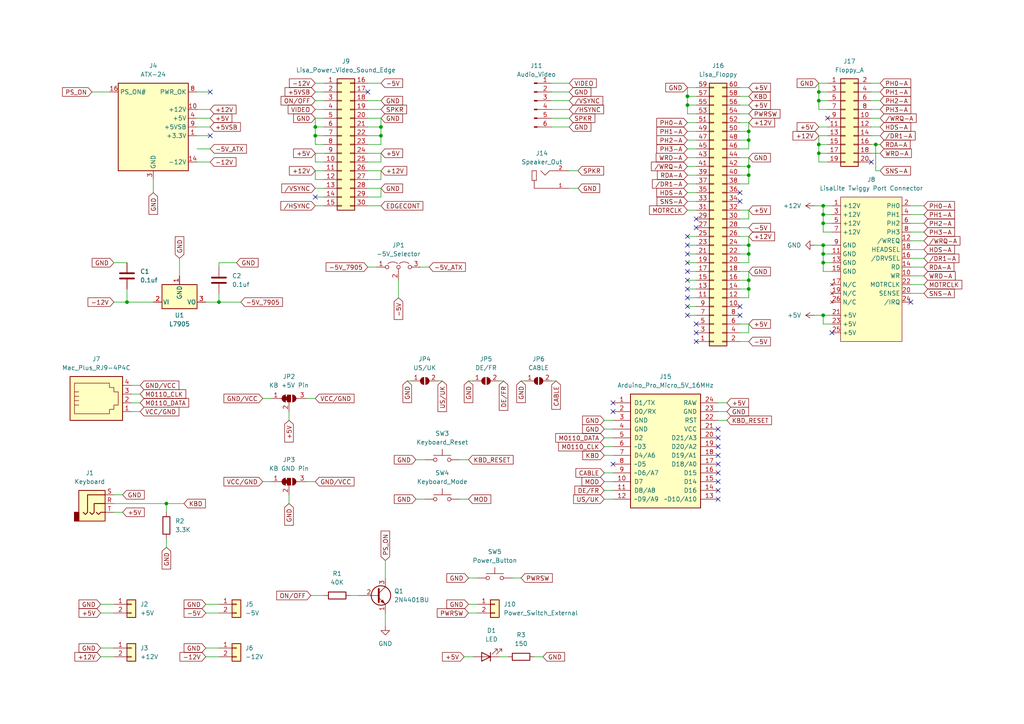
<source format=kicad_sch>
(kicad_sch (version 20230121) (generator eeschema)
  (paper "A4")
  (lib_symbols
    (symbol "Arduino:Sparkfun_Pro_Micro" (pin_names (offset 1.016))
      (property "Reference" "U" (at -8.89 21.59 0))
      (property "Value" "Sparkfun_Pro_Micro" (at 0 19.05 0))
      (symbol "Sparkfun_Pro_Micro_1_1"
        (pin bidirectional line (at -15.24 15.24 0) (length 5.08) (name "D1/TX") (number "1"))
        (pin bidirectional line (at -15.24 -7.62 0) (length 5.08) (name "D7") (number "10"))
        (pin bidirectional line (at -15.24 -10.16 0) (length 5.08) (name "D8/A8") (number "11"))
        (pin bidirectional line (at -15.24 -12.7 0) (length 5.08) (name "~D9/A9") (number "12"))
        (pin bidirectional line (at 15.24 -12.7 180) (length 5.08) (name "~D10/A10") (number "13"))
        (pin bidirectional line (at 15.24 -10.16 180) (length 5.08) (name "D16") (number "14"))
        (pin bidirectional line (at 15.24 -7.62 180) (length 5.08) (name "D14") (number "15"))
        (pin bidirectional line (at 15.24 -5.08 180) (length 5.08) (name "D15") (number "16"))
        (pin bidirectional line (at 15.24 -2.54 180) (length 5.08) (name "D18/A0") (number "17"))
        (pin bidirectional line (at 15.24 0 180) (length 5.08) (name "D19/A1") (number "18"))
        (pin bidirectional line (at 15.24 2.54 180) (length 5.08) (name "D20/A2") (number "19"))
        (pin bidirectional line (at -15.24 12.7 0) (length 5.08) (name "D0/RX") (number "2"))
        (pin bidirectional line (at 15.24 5.08 180) (length 5.08) (name "D21/A3") (number "20"))
        (pin power_in line (at 15.24 7.62 180) (length 5.08) (name "VCC") (number "21"))
        (pin input line (at 15.24 10.16 180) (length 5.08) (name "RST") (number "22"))
        (pin power_in line (at 15.24 12.7 180) (length 5.08) (name "GND") (number "23"))
        (pin power_in line (at 15.24 15.24 180) (length 5.08) (name "RAW") (number "24"))
        (pin power_in line (at -15.24 10.16 0) (length 5.08) (name "GND") (number "3"))
        (pin power_in line (at -15.24 7.62 0) (length 5.08) (name "GND") (number "4"))
        (pin bidirectional line (at -15.24 5.08 0) (length 5.08) (name "D2") (number "5"))
        (pin bidirectional line (at -15.24 2.54 0) (length 5.08) (name "~D3") (number "6"))
        (pin bidirectional line (at -15.24 0 0) (length 5.08) (name "D4/A6") (number "7"))
        (pin bidirectional line (at -15.24 -2.54 0) (length 5.08) (name "~D5") (number "8"))
        (pin bidirectional line (at -15.24 -5.08 0) (length 5.08) (name "~D6/A7") (number "9"))
      )
    )
    (symbol "Connector:4P4C" (pin_names (offset 1.016))
      (property "Reference" "J" (at -5.08 8.89 0))
      (property "Value" "4P4C" (at 2.54 8.89 0))
      (symbol "4P4C_1_1"
        (pin passive line (at 10.16 -2.54 180) (length 2.54) (name "~") (number "1"))
        (pin passive line (at 10.16 0 180) (length 2.54) (name "~") (number "2"))
        (pin passive line (at 10.16 2.54 180) (length 2.54) (name "~") (number "3"))
        (pin passive line (at 10.16 5.08 180) (length 2.54) (name "~") (number "4"))
      )
    )
    (symbol "Connector:ATX-24"
      (property "Reference" "J" (at -8.89 13.97 0))
      (property "Value" "ATX-24" (at 6.35 13.97 0))
      (symbol "ATX-24_1_1"
        (pin power_out line (at 12.7 -2.54 180) (length 2.54) (name "+3.3V") (number "1"))
        (pin power_out line (at 12.7 5.08 180) (length 2.54) (name "+12V") (number "10"))
        (pin passive line (at 12.7 5.08 180) (length 2.54) hide (name "+12V") (number "11"))
        (pin passive line (at 12.7 -2.54 180) (length 2.54) hide (name "+3.3V") (number "12"))
        (pin passive line (at 12.7 -2.54 180) (length 2.54) hide (name "+3.3V") (number "13"))
        (pin power_out line (at 12.7 -10.16 180) (length 2.54) (name "-12V") (number "14"))
        (pin passive line (at 0 -15.24 90) (length 2.54) hide (name "GND") (number "15"))
        (pin open_collector line (at -12.7 10.16 0) (length 2.54) (name "PS_ON#") (number "16"))
        (pin passive line (at 0 -15.24 90) (length 2.54) hide (name "GND") (number "17"))
        (pin passive line (at 0 -15.24 90) (length 2.54) hide (name "GND") (number "18"))
        (pin passive line (at 0 -15.24 90) (length 2.54) hide (name "GND") (number "19"))
        (pin passive line (at 12.7 -2.54 180) (length 2.54) hide (name "+3.3V") (number "2"))
        (pin no_connect line (at -10.16 0 0) (length 2.54) hide (name "NC") (number "20"))
        (pin passive line (at 12.7 2.54 180) (length 2.54) hide (name "+5V") (number "21"))
        (pin passive line (at 12.7 2.54 180) (length 2.54) hide (name "+5V") (number "22"))
        (pin passive line (at 12.7 2.54 180) (length 2.54) hide (name "+5V") (number "23"))
        (pin passive line (at 0 -15.24 90) (length 2.54) hide (name "GND") (number "24"))
        (pin power_out line (at 0 -15.24 90) (length 2.54) (name "GND") (number "3"))
        (pin power_out line (at 12.7 2.54 180) (length 2.54) (name "+5V") (number "4"))
        (pin passive line (at 0 -15.24 90) (length 2.54) hide (name "GND") (number "5"))
        (pin passive line (at 12.7 2.54 180) (length 2.54) hide (name "+5V") (number "6"))
        (pin passive line (at 0 -15.24 90) (length 2.54) hide (name "GND") (number "7"))
        (pin output line (at 12.7 10.16 180) (length 2.54) (name "PWR_OK") (number "8"))
        (pin power_out line (at 12.7 0 180) (length 2.54) (name "+5VSB") (number "9"))
      )
    )
    (symbol "Connector:Conn_01x06_Pin" (pin_names (offset 1.016) hide)
      (property "Reference" "J" (at 0 7.62 0))
      (property "Value" "Conn_01x06_Pin" (at 0 -10.16 0))
      (symbol "Conn_01x06_Pin_1_1"
        (pin passive line (at 5.08 5.08 180) (length 3.81) (name "Pin_1") (number "1"))
        (pin passive line (at 5.08 2.54 180) (length 3.81) (name "Pin_2") (number "2"))
        (pin passive line (at 5.08 0 180) (length 3.81) (name "Pin_3") (number "3"))
        (pin passive line (at 5.08 -2.54 180) (length 3.81) (name "Pin_4") (number "4"))
        (pin passive line (at 5.08 -5.08 180) (length 3.81) (name "Pin_5") (number "5"))
        (pin passive line (at 5.08 -7.62 180) (length 3.81) (name "Pin_6") (number "6"))
      )
    )
    (symbol "Connector_Audio:AudioJack3"
      (property "Reference" "J" (at 0 8.89 0))
      (property "Value" "AudioJack3" (at 0 6.35 0))
      (symbol "AudioJack3_1_1"
        (pin passive line (at 5.08 0 180) (length 2.54) (name "~") (number "R"))
        (pin passive line (at 5.08 2.54 180) (length 2.54) (name "~") (number "S"))
        (pin passive line (at 5.08 -2.54 180) (length 2.54) (name "~") (number "T"))
      )
    )
    (symbol "Connector_Custom:Apple_Lisa_LisaLite_Twiggy_Connector"
      (property "Reference" "J" (at 0 0 0))
      (property "Value" "LisaLite Twiggy Port Connector" (at 1.27 0 0))
      (symbol "Apple_Lisa_LisaLite_Twiggy_Connector_1_1"
        (pin power_out line (at -11.43 -5.08 0) (length 2.54) (name "+12V") (number "1"))
        (pin output line (at 11.43 -25.4 180) (length 2.54) (name "WR") (number "10"))
        (pin power_out line (at -11.43 -19.05 0) (length 2.54) (name "GND") (number "11"))
        (pin output line (at 11.43 -15.24 180) (length 2.54) (name "/WREQ") (number "12"))
        (pin power_out line (at -11.43 -21.59 0) (length 2.54) (name "GND") (number "13"))
        (pin input line (at 11.43 -22.86 180) (length 2.54) (name "RD") (number "14"))
        (pin power_out line (at -11.43 -24.13 0) (length 2.54) (name "GND") (number "15"))
        (pin output line (at 11.43 -20.32 180) (length 2.54) (name "/DRVSEL") (number "16"))
        (pin no_connect line (at -11.43 -27.94 0) (length 2.54) (name "N/C") (number "17"))
        (pin output line (at 11.43 -17.78 180) (length 2.54) (name "HEADSEL") (number "18"))
        (pin no_connect line (at -11.43 -30.48 0) (length 2.54) (name "N/C") (number "19"))
        (pin output line (at 11.43 -5.08 180) (length 2.54) (name "PH0") (number "2"))
        (pin input line (at 11.43 -30.48 180) (length 2.54) (name "SENSE") (number "20"))
        (pin power_out line (at -11.43 -36.83 0) (length 2.54) (name "+5V") (number "21"))
        (pin output line (at 11.43 -27.94 180) (length 2.54) (name "MOTRCLK") (number "22"))
        (pin power_out line (at -11.43 -39.37 0) (length 2.54) (name "+5V") (number "23"))
        (pin input line (at 11.43 -33.02 180) (length 2.54) (name "/IRQ") (number "24"))
        (pin power_out line (at -11.43 -41.91 0) (length 2.54) (name "+5V") (number "25"))
        (pin no_connect line (at -11.43 -33.02 0) (length 2.54) (name "N/C") (number "26"))
        (pin power_out line (at -11.43 -7.62 0) (length 2.54) (name "+12V") (number "3"))
        (pin output line (at 11.43 -7.62 180) (length 2.54) (name "PH1") (number "4"))
        (pin power_out line (at -11.43 -10.16 0) (length 2.54) (name "+12V") (number "5"))
        (pin output line (at 11.43 -10.16 180) (length 2.54) (name "PH2") (number "6"))
        (pin power_out line (at -11.43 -12.7 0) (length 2.54) (name "+12V") (number "7"))
        (pin output line (at 11.43 -12.7 180) (length 2.54) (name "PH3") (number "8"))
        (pin power_out line (at -11.43 -16.51 0) (length 2.54) (name "GND") (number "9"))
      )
    )
    (symbol "Connector_Generic:Conn_01x02" (pin_names (offset 1.016) hide)
      (property "Reference" "J" (at 0 2.54 0))
      (property "Value" "Conn_01x02" (at 0 -5.08 0))
      (symbol "Conn_01x02_1_1"
        (pin passive line (at -5.08 0 0) (length 3.81) (name "Pin_1") (number "1"))
        (pin passive line (at -5.08 -2.54 0) (length 3.81) (name "Pin_2") (number "2"))
      )
    )
    (symbol "Connector_Generic:Conn_02x10_Odd_Even" (pin_names (offset 1.016) hide)
      (property "Reference" "J" (at 1.27 12.7 0))
      (property "Value" "Conn_02x10_Odd_Even" (at 1.27 -15.24 0))
      (symbol "Conn_02x10_Odd_Even_1_1"
        (pin passive line (at -5.08 10.16 0) (length 3.81) (name "Pin_1") (number "1"))
        (pin passive line (at 7.62 0 180) (length 3.81) (name "Pin_10") (number "10"))
        (pin passive line (at -5.08 -2.54 0) (length 3.81) (name "Pin_11") (number "11"))
        (pin passive line (at 7.62 -2.54 180) (length 3.81) (name "Pin_12") (number "12"))
        (pin passive line (at -5.08 -5.08 0) (length 3.81) (name "Pin_13") (number "13"))
        (pin passive line (at 7.62 -5.08 180) (length 3.81) (name "Pin_14") (number "14"))
        (pin passive line (at -5.08 -7.62 0) (length 3.81) (name "Pin_15") (number "15"))
        (pin passive line (at 7.62 -7.62 180) (length 3.81) (name "Pin_16") (number "16"))
        (pin passive line (at -5.08 -10.16 0) (length 3.81) (name "Pin_17") (number "17"))
        (pin passive line (at 7.62 -10.16 180) (length 3.81) (name "Pin_18") (number "18"))
        (pin passive line (at -5.08 -12.7 0) (length 3.81) (name "Pin_19") (number "19"))
        (pin passive line (at 7.62 10.16 180) (length 3.81) (name "Pin_2") (number "2"))
        (pin passive line (at 7.62 -12.7 180) (length 3.81) (name "Pin_20") (number "20"))
        (pin passive line (at -5.08 7.62 0) (length 3.81) (name "Pin_3") (number "3"))
        (pin passive line (at 7.62 7.62 180) (length 3.81) (name "Pin_4") (number "4"))
        (pin passive line (at -5.08 5.08 0) (length 3.81) (name "Pin_5") (number "5"))
        (pin passive line (at 7.62 5.08 180) (length 3.81) (name "Pin_6") (number "6"))
        (pin passive line (at -5.08 2.54 0) (length 3.81) (name "Pin_7") (number "7"))
        (pin passive line (at 7.62 2.54 180) (length 3.81) (name "Pin_8") (number "8"))
        (pin passive line (at -5.08 0 0) (length 3.81) (name "Pin_9") (number "9"))
      )
    )
    (symbol "Connector_Generic:Conn_02x15_Top_Bottom" (pin_names (offset 1.016) hide)
      (property "Reference" "J" (at 1.27 20.32 0))
      (property "Value" "Conn_02x15_Top_Bottom" (at 1.27 -20.32 0))
      (symbol "Conn_02x15_Top_Bottom_1_1"
        (pin passive line (at -5.08 17.78 0) (length 3.81) (name "Pin_1") (number "1"))
        (pin passive line (at -5.08 -5.08 0) (length 3.81) (name "Pin_10") (number "10"))
        (pin passive line (at -5.08 -7.62 0) (length 3.81) (name "Pin_11") (number "11"))
        (pin passive line (at -5.08 -10.16 0) (length 3.81) (name "Pin_12") (number "12"))
        (pin passive line (at -5.08 -12.7 0) (length 3.81) (name "Pin_13") (number "13"))
        (pin passive line (at -5.08 -15.24 0) (length 3.81) (name "Pin_14") (number "14"))
        (pin passive line (at -5.08 -17.78 0) (length 3.81) (name "Pin_15") (number "15"))
        (pin passive line (at 7.62 17.78 180) (length 3.81) (name "Pin_16") (number "16"))
        (pin passive line (at 7.62 15.24 180) (length 3.81) (name "Pin_17") (number "17"))
        (pin passive line (at 7.62 12.7 180) (length 3.81) (name "Pin_18") (number "18"))
        (pin passive line (at 7.62 10.16 180) (length 3.81) (name "Pin_19") (number "19"))
        (pin passive line (at -5.08 15.24 0) (length 3.81) (name "Pin_2") (number "2"))
        (pin passive line (at 7.62 7.62 180) (length 3.81) (name "Pin_20") (number "20"))
        (pin passive line (at 7.62 5.08 180) (length 3.81) (name "Pin_21") (number "21"))
        (pin passive line (at 7.62 2.54 180) (length 3.81) (name "Pin_22") (number "22"))
        (pin passive line (at 7.62 0 180) (length 3.81) (name "Pin_23") (number "23"))
        (pin passive line (at 7.62 -2.54 180) (length 3.81) (name "Pin_24") (number "24"))
        (pin passive line (at 7.62 -5.08 180) (length 3.81) (name "Pin_25") (number "25"))
        (pin passive line (at 7.62 -7.62 180) (length 3.81) (name "Pin_26") (number "26"))
        (pin passive line (at 7.62 -10.16 180) (length 3.81) (name "Pin_27") (number "27"))
        (pin passive line (at 7.62 -12.7 180) (length 3.81) (name "Pin_28") (number "28"))
        (pin passive line (at 7.62 -15.24 180) (length 3.81) (name "Pin_29") (number "29"))
        (pin passive line (at -5.08 12.7 0) (length 3.81) (name "Pin_3") (number "3"))
        (pin passive line (at 7.62 -17.78 180) (length 3.81) (name "Pin_30") (number "30"))
        (pin passive line (at -5.08 10.16 0) (length 3.81) (name "Pin_4") (number "4"))
        (pin passive line (at -5.08 7.62 0) (length 3.81) (name "Pin_5") (number "5"))
        (pin passive line (at -5.08 5.08 0) (length 3.81) (name "Pin_6") (number "6"))
        (pin passive line (at -5.08 2.54 0) (length 3.81) (name "Pin_7") (number "7"))
        (pin passive line (at -5.08 0 0) (length 3.81) (name "Pin_8") (number "8"))
        (pin passive line (at -5.08 -2.54 0) (length 3.81) (name "Pin_9") (number "9"))
      )
    )
    (symbol "Connector_Generic:Conn_02x30_Odd_Even" (pin_names (offset 1.016) hide)
      (property "Reference" "J" (at 1.27 38.1 0))
      (property "Value" "Conn_02x30_Odd_Even" (at 1.27 -40.64 0))
      (symbol "Conn_02x30_Odd_Even_1_1"
        (pin passive line (at -5.08 35.56 0) (length 3.81) (name "Pin_1") (number "1"))
        (pin passive line (at 7.62 25.4 180) (length 3.81) (name "Pin_10") (number "10"))
        (pin passive line (at -5.08 22.86 0) (length 3.81) (name "Pin_11") (number "11"))
        (pin passive line (at 7.62 22.86 180) (length 3.81) (name "Pin_12") (number "12"))
        (pin passive line (at -5.08 20.32 0) (length 3.81) (name "Pin_13") (number "13"))
        (pin passive line (at 7.62 20.32 180) (length 3.81) (name "Pin_14") (number "14"))
        (pin passive line (at -5.08 17.78 0) (length 3.81) (name "Pin_15") (number "15"))
        (pin passive line (at 7.62 17.78 180) (length 3.81) (name "Pin_16") (number "16"))
        (pin passive line (at -5.08 15.24 0) (length 3.81) (name "Pin_17") (number "17"))
        (pin passive line (at 7.62 15.24 180) (length 3.81) (name "Pin_18") (number "18"))
        (pin passive line (at -5.08 12.7 0) (length 3.81) (name "Pin_19") (number "19"))
        (pin passive line (at 7.62 35.56 180) (length 3.81) (name "Pin_2") (number "2"))
        (pin passive line (at 7.62 12.7 180) (length 3.81) (name "Pin_20") (number "20"))
        (pin passive line (at -5.08 10.16 0) (length 3.81) (name "Pin_21") (number "21"))
        (pin passive line (at 7.62 10.16 180) (length 3.81) (name "Pin_22") (number "22"))
        (pin passive line (at -5.08 7.62 0) (length 3.81) (name "Pin_23") (number "23"))
        (pin passive line (at 7.62 7.62 180) (length 3.81) (name "Pin_24") (number "24"))
        (pin passive line (at -5.08 5.08 0) (length 3.81) (name "Pin_25") (number "25"))
        (pin passive line (at 7.62 5.08 180) (length 3.81) (name "Pin_26") (number "26"))
        (pin passive line (at -5.08 2.54 0) (length 3.81) (name "Pin_27") (number "27"))
        (pin passive line (at 7.62 2.54 180) (length 3.81) (name "Pin_28") (number "28"))
        (pin passive line (at -5.08 0 0) (length 3.81) (name "Pin_29") (number "29"))
        (pin passive line (at -5.08 33.02 0) (length 3.81) (name "Pin_3") (number "3"))
        (pin passive line (at 7.62 0 180) (length 3.81) (name "Pin_30") (number "30"))
        (pin passive line (at -5.08 -2.54 0) (length 3.81) (name "Pin_31") (number "31"))
        (pin passive line (at 7.62 -2.54 180) (length 3.81) (name "Pin_32") (number "32"))
        (pin passive line (at -5.08 -5.08 0) (length 3.81) (name "Pin_33") (number "33"))
        (pin passive line (at 7.62 -5.08 180) (length 3.81) (name "Pin_34") (number "34"))
        (pin passive line (at -5.08 -7.62 0) (length 3.81) (name "Pin_35") (number "35"))
        (pin passive line (at 7.62 -7.62 180) (length 3.81) (name "Pin_36") (number "36"))
        (pin passive line (at -5.08 -10.16 0) (length 3.81) (name "Pin_37") (number "37"))
        (pin passive line (at 7.62 -10.16 180) (length 3.81) (name "Pin_38") (number "38"))
        (pin passive line (at -5.08 -12.7 0) (length 3.81) (name "Pin_39") (number "39"))
        (pin passive line (at 7.62 33.02 180) (length 3.81) (name "Pin_4") (number "4"))
        (pin passive line (at 7.62 -12.7 180) (length 3.81) (name "Pin_40") (number "40"))
        (pin passive line (at -5.08 -15.24 0) (length 3.81) (name "Pin_41") (number "41"))
        (pin passive line (at 7.62 -15.24 180) (length 3.81) (name "Pin_42") (number "42"))
        (pin passive line (at -5.08 -17.78 0) (length 3.81) (name "Pin_43") (number "43"))
        (pin passive line (at 7.62 -17.78 180) (length 3.81) (name "Pin_44") (number "44"))
        (pin passive line (at -5.08 -20.32 0) (length 3.81) (name "Pin_45") (number "45"))
        (pin passive line (at 7.62 -20.32 180) (length 3.81) (name "Pin_46") (number "46"))
        (pin passive line (at -5.08 -22.86 0) (length 3.81) (name "Pin_47") (number "47"))
        (pin passive line (at 7.62 -22.86 180) (length 3.81) (name "Pin_48") (number "48"))
        (pin passive line (at -5.08 -25.4 0) (length 3.81) (name "Pin_49") (number "49"))
        (pin passive line (at -5.08 30.48 0) (length 3.81) (name "Pin_5") (number "5"))
        (pin passive line (at 7.62 -25.4 180) (length 3.81) (name "Pin_50") (number "50"))
        (pin passive line (at -5.08 -27.94 0) (length 3.81) (name "Pin_51") (number "51"))
        (pin passive line (at 7.62 -27.94 180) (length 3.81) (name "Pin_52") (number "52"))
        (pin passive line (at -5.08 -30.48 0) (length 3.81) (name "Pin_53") (number "53"))
        (pin passive line (at 7.62 -30.48 180) (length 3.81) (name "Pin_54") (number "54"))
        (pin passive line (at -5.08 -33.02 0) (length 3.81) (name "Pin_55") (number "55"))
        (pin passive line (at 7.62 -33.02 180) (length 3.81) (name "Pin_56") (number "56"))
        (pin passive line (at -5.08 -35.56 0) (length 3.81) (name "Pin_57") (number "57"))
        (pin passive line (at 7.62 -35.56 180) (length 3.81) (name "Pin_58") (number "58"))
        (pin passive line (at -5.08 -38.1 0) (length 3.81) (name "Pin_59") (number "59"))
        (pin passive line (at 7.62 30.48 180) (length 3.81) (name "Pin_6") (number "6"))
        (pin passive line (at 7.62 -38.1 180) (length 3.81) (name "Pin_60") (number "60"))
        (pin passive line (at -5.08 27.94 0) (length 3.81) (name "Pin_7") (number "7"))
        (pin passive line (at 7.62 27.94 180) (length 3.81) (name "Pin_8") (number "8"))
        (pin passive line (at -5.08 25.4 0) (length 3.81) (name "Pin_9") (number "9"))
      )
    )
    (symbol "Device:C" (pin_numbers hide) (pin_names (offset 0.254))
      (property "Reference" "C" (at 0.635 2.54 0))
      (property "Value" "C" (at 0.635 -2.54 0))
      (symbol "C_1_1"
        (pin passive line (at 0 3.81 270) (length 2.794) (name "~") (number "1"))
        (pin passive line (at 0 -3.81 90) (length 2.794) (name "~") (number "2"))
      )
    )
    (symbol "Device:LED" (pin_numbers hide) (pin_names (offset 1.016) hide)
      (property "Reference" "D" (at 0 2.54 0))
      (property "Value" "LED" (at 0 -2.54 0))
      (symbol "LED_1_1"
        (pin passive line (at -3.81 0 0) (length 2.54) (name "K") (number "1"))
        (pin passive line (at 3.81 0 180) (length 2.54) (name "A") (number "2"))
      )
    )
    (symbol "Device:Q_NPN_EBC" (pin_names (offset 0) hide)
      (property "Reference" "Q" (at 5.08 1.27 0))
      (property "Value" "Q_NPN_EBC" (at 5.08 -1.27 0))
      (symbol "Q_NPN_EBC_1_1"
        (pin passive line (at 2.54 -5.08 90) (length 2.54) (name "E") (number "1"))
        (pin passive line (at -5.08 0 0) (length 5.715) (name "B") (number "2"))
        (pin passive line (at 2.54 5.08 270) (length 2.54) (name "C") (number "3"))
      )
    )
    (symbol "Device:R" (pin_numbers hide) (pin_names (offset 0))
      (property "Reference" "R" (at 2.032 0 90))
      (property "Value" "R" (at 0 0 90))
      (symbol "R_1_1"
        (pin passive line (at 0 3.81 270) (length 1.27) (name "~") (number "1"))
        (pin passive line (at 0 -3.81 90) (length 1.27) (name "~") (number "2"))
      )
    )
    (symbol "Jumper:Jumper_3_Open" (pin_names (offset 0) hide)
      (property "Reference" "JP" (at -2.54 -2.54 0))
      (property "Value" "Jumper_3_Open" (at 0 2.794 0))
      (symbol "Jumper_3_Open_1_1"
        (pin passive line (at -6.35 0 0) (length 2.54) (name "A") (number "1"))
        (pin passive line (at 0 -3.81 90) (length 2.54) (name "C") (number "2"))
        (pin passive line (at 6.35 0 180) (length 2.54) (name "B") (number "3"))
      )
    )
    (symbol "Jumper:SolderJumper_2_Open" (pin_names (offset 0) hide)
      (property "Reference" "JP" (at 0 2.032 0))
      (property "Value" "SolderJumper_2_Open" (at 0 -2.54 0))
      (symbol "SolderJumper_2_Open_1_1"
        (pin passive line (at -3.81 0 0) (length 2.54) (name "A") (number "1"))
        (pin passive line (at 3.81 0 180) (length 2.54) (name "B") (number "2"))
      )
    )
    (symbol "Jumper:SolderJumper_3_Bridged12" (pin_names (offset 0) hide)
      (property "Reference" "JP" (at -2.54 -2.54 0))
      (property "Value" "SolderJumper_3_Bridged12" (at 0 2.794 0))
      (symbol "SolderJumper_3_Bridged12_1_1"
        (pin passive line (at -5.08 0 0) (length 2.54) (name "A") (number "1"))
        (pin passive line (at 0 -3.81 90) (length 2.54) (name "C") (number "2"))
        (pin passive line (at 5.08 0 180) (length 2.54) (name "B") (number "3"))
      )
    )
    (symbol "RCJ-04:RCJ-047" (pin_names (offset 1.016) hide)
      (property "Reference" "J" (at -5.6388 4.0894 0))
      (property "Value" "RCJ-047" (at -5.1308 -5.6388 0))
      (symbol "RCJ-047_0_0"
        (pin passive line (at 5.08 -2.54 180) (length 5.08) (name "~") (number "1"))
        (pin passive line (at 5.08 2.54 180) (length 5.08) (name "~") (number "2"))
      )
    )
    (symbol "Regulator_Linear:L7905" (pin_names (offset 0.254))
      (property "Reference" "U" (at -3.81 -3.175 0))
      (property "Value" "L7905" (at 0 -3.175 0))
      (symbol "L7905_1_1"
        (pin power_in line (at 0 7.62 270) (length 2.54) (name "GND") (number "1"))
        (pin power_in line (at -7.62 0 0) (length 2.54) (name "VI") (number "2"))
        (pin power_out line (at 7.62 0 180) (length 2.54) (name "VO") (number "3"))
      )
    )
    (symbol "Switch:SW_Push" (pin_numbers hide) (pin_names (offset 1.016) hide)
      (property "Reference" "SW" (at 1.27 2.54 0))
      (property "Value" "SW_Push" (at 0 -1.524 0))
      (symbol "SW_Push_0_1"
        (pin passive line (at -5.08 0 0) (length 2.54) (name "1") (number "1"))
        (pin passive line (at 5.08 0 180) (length 2.54) (name "2") (number "2"))
      )
    )
    (symbol "power:+12V" (power) (pin_names (offset 0))
      (property "Value" "+12V" (at 0 3.556 0))
      (symbol "+12V_1_1"
        (pin power_in line (at 0 0 90) (length 0) hide (name "+12V") (number "1"))
      )
    )
    (symbol "power:+5V" (power) (pin_names (offset 0))
      (property "Value" "+5V" (at 0 3.556 0))
      (symbol "+5V_1_1"
        (pin power_in line (at 0 0 90) (length 0) hide (name "+5V") (number "1"))
      )
    )
    (symbol "power:GND" (power) (pin_names (offset 0))
      (property "Value" "GND" (at 0 -3.81 0))
      (symbol "GND_1_1"
        (pin power_in line (at 0 0 270) (length 0) hide (name "GND") (number "1"))
      )
    )
  )
  (junction (at 217.17 38.1))
  (junction (at 238.76 76.2))
  (junction (at 91.44 36.83))
  (junction (at 48.26 146.05))
  (junction (at 110.49 39.37))
  (junction (at 237.49 29.21))
  (junction (at 217.17 73.66))
  (junction (at 254 41.91))
  (junction (at 217.17 81.28))
  (junction (at 217.17 40.64))
  (junction (at 237.49 26.67))
  (junction (at 237.49 44.45))
  (junction (at 63.5 87.63))
  (junction (at 237.49 41.91))
  (junction (at 217.17 48.26))
  (junction (at 217.17 83.82))
  (junction (at 238.76 59.69))
  (junction (at 238.76 91.44))
  (junction (at 199.39 30.48))
  (junction (at 110.49 36.83))
  (junction (at 91.44 39.37))
  (junction (at 199.39 27.94))
  (junction (at 217.17 50.8))
  (junction (at 36.83 87.63))
  (junction (at 238.76 71.12))
  (junction (at 238.76 62.23))
  (junction (at 238.76 73.66))
  (junction (at 217.17 71.12))
  (junction (at 238.76 64.77))
  (no_connect (at 60.96 39.37))
  (no_connect (at 214.63 58.42))
  (no_connect (at 201.93 96.52))
  (no_connect (at 199.39 76.2))
  (no_connect (at 208.28 144.78))
  (no_connect (at 264.16 87.63))
  (no_connect (at 199.39 73.66))
  (no_connect (at 199.39 78.74))
  (no_connect (at 106.68 26.67))
  (no_connect (at 91.44 57.15))
  (no_connect (at 199.39 83.82))
  (no_connect (at 208.28 134.62))
  (no_connect (at 177.8 116.84))
  (no_connect (at 241.3 96.52))
  (no_connect (at 208.28 139.7))
  (no_connect (at 199.39 81.28))
  (no_connect (at 208.28 142.24))
  (no_connect (at 201.93 99.06))
  (no_connect (at 199.39 88.9))
  (no_connect (at 208.28 124.46))
  (no_connect (at 214.63 91.44))
  (no_connect (at 208.28 137.16))
  (no_connect (at 199.39 91.44))
  (no_connect (at 214.63 88.9))
  (no_connect (at 177.8 119.38))
  (no_connect (at 208.28 132.08))
  (no_connect (at 60.96 26.67))
  (no_connect (at 199.39 86.36))
  (no_connect (at 208.28 129.54))
  (no_connect (at 177.8 134.62))
  (no_connect (at 240.03 34.29))
  (no_connect (at 201.93 63.5))
  (no_connect (at 201.93 93.98))
  (no_connect (at 252.73 46.99))
  (no_connect (at 199.39 71.12))
  (no_connect (at 199.39 68.58))
  (no_connect (at 214.63 55.88))
  (no_connect (at 208.28 127))
  (no_connect (at 201.93 66.04))
  (wire (pts (xy 199.39 78.74) (xy 201.93 78.74)))
  (wire (pts (xy 264.16 59.69) (xy 267.97 59.69)))
  (wire (pts (xy 59.69 190.5) (xy 63.5 190.5)))
  (wire (pts (xy 38.1 119.38) (xy 40.64 119.38)))
  (wire (pts (xy 214.63 60.96) (xy 217.17 60.96)))
  (wire (pts (xy 199.39 35.56) (xy 201.93 35.56)))
  (wire (pts (xy 165.1 54.61) (xy 167.64 54.61)))
  (wire (pts (xy 91.44 49.53) (xy 91.44 52.07)))
  (wire (pts (xy 237.49 41.91) (xy 240.03 41.91)))
  (wire (pts (xy 217.17 78.74) (xy 217.17 81.28)))
  (wire (pts (xy 199.39 50.8) (xy 201.93 50.8)))
  (wire (pts (xy 199.39 81.28) (xy 201.93 81.28)))
  (wire (pts (xy 237.49 26.67) (xy 237.49 29.21)))
  (wire (pts (xy 120.65 144.78) (xy 123.19 144.78)))
  (wire (pts (xy 217.17 63.5) (xy 217.17 60.96)))
  (wire (pts (xy 91.44 49.53) (xy 93.98 49.53)))
  (wire (pts (xy 264.16 64.77) (xy 267.97 64.77)))
  (wire (pts (xy 217.17 48.26) (xy 217.17 45.72)))
  (wire (pts (xy 101.6 172.72) (xy 104.14 172.72)))
  (wire (pts (xy 106.68 39.37) (xy 110.49 39.37)))
  (wire (pts (xy 52.07 74.93) (xy 52.07 80.01)))
  (wire (pts (xy 254 41.91) (xy 255.27 41.91)))
  (wire (pts (xy 237.49 29.21) (xy 237.49 31.75)))
  (wire (pts (xy 236.22 71.12) (xy 238.76 71.12)))
  (wire (pts (xy 48.26 156.21) (xy 48.26 158.75)))
  (wire (pts (xy 110.49 36.83) (xy 110.49 39.37)))
  (wire (pts (xy 237.49 26.67) (xy 240.03 26.67)))
  (wire (pts (xy 135.89 167.64) (xy 138.43 167.64)))
  (wire (pts (xy 175.26 137.16) (xy 177.8 137.16)))
  (wire (pts (xy 214.63 35.56) (xy 217.17 35.56)))
  (wire (pts (xy 57.15 34.29) (xy 60.96 34.29)))
  (wire (pts (xy 57.15 31.75) (xy 60.96 31.75)))
  (wire (pts (xy 160.02 26.67) (xy 165.1 26.67)))
  (wire (pts (xy 175.26 127) (xy 177.8 127)))
  (wire (pts (xy 238.76 67.31) (xy 238.76 64.77)))
  (wire (pts (xy 238.76 71.12) (xy 241.3 71.12)))
  (wire (pts (xy 199.39 30.48) (xy 201.93 30.48)))
  (wire (pts (xy 264.16 80.01) (xy 267.97 80.01)))
  (wire (pts (xy 214.63 50.8) (xy 217.17 50.8)))
  (wire (pts (xy 59.69 175.26) (xy 63.5 175.26)))
  (wire (pts (xy 241.3 73.66) (xy 238.76 73.66)))
  (wire (pts (xy 199.39 25.4) (xy 199.39 27.94)))
  (wire (pts (xy 214.63 71.12) (xy 217.17 71.12)))
  (wire (pts (xy 106.68 54.61) (xy 110.49 54.61)))
  (wire (pts (xy 29.21 177.8) (xy 33.02 177.8)))
  (wire (pts (xy 33.02 143.51) (xy 35.56 143.51)))
  (wire (pts (xy 83.82 119.38) (xy 83.82 121.92)))
  (wire (pts (xy 264.16 69.85) (xy 267.97 69.85)))
  (wire (pts (xy 264.16 72.39) (xy 267.97 72.39)))
  (wire (pts (xy 199.39 88.9) (xy 201.93 88.9)))
  (wire (pts (xy 217.17 38.1) (xy 217.17 40.64)))
  (wire (pts (xy 217.17 71.12) (xy 217.17 73.66)))
  (wire (pts (xy 44.45 52.07) (xy 44.45 55.88)))
  (wire (pts (xy 214.63 81.28) (xy 217.17 81.28)))
  (wire (pts (xy 160.02 110.49) (xy 161.29 110.49)))
  (wire (pts (xy 236.22 59.69) (xy 238.76 59.69)))
  (wire (pts (xy 29.21 187.96) (xy 33.02 187.96)))
  (wire (pts (xy 199.39 83.82) (xy 201.93 83.82)))
  (wire (pts (xy 214.63 86.36) (xy 217.17 86.36)))
  (wire (pts (xy 237.49 36.83) (xy 240.03 36.83)))
  (wire (pts (xy 148.59 167.64) (xy 151.13 167.64)))
  (wire (pts (xy 214.63 38.1) (xy 217.17 38.1)))
  (wire (pts (xy 237.49 24.13) (xy 240.03 24.13)))
  (wire (pts (xy 160.02 36.83) (xy 165.1 36.83)))
  (wire (pts (xy 91.44 34.29) (xy 93.98 34.29)))
  (wire (pts (xy 238.76 62.23) (xy 238.76 59.69)))
  (wire (pts (xy 237.49 24.13) (xy 237.49 26.67)))
  (wire (pts (xy 91.44 57.15) (xy 93.98 57.15)))
  (wire (pts (xy 91.44 31.75) (xy 93.98 31.75)))
  (wire (pts (xy 199.39 73.66) (xy 201.93 73.66)))
  (wire (pts (xy 199.39 38.1) (xy 201.93 38.1)))
  (wire (pts (xy 199.39 43.18) (xy 201.93 43.18)))
  (wire (pts (xy 175.26 139.7) (xy 177.8 139.7)))
  (wire (pts (xy 214.63 45.72) (xy 217.17 45.72)))
  (wire (pts (xy 214.63 83.82) (xy 217.17 83.82)))
  (wire (pts (xy 237.49 44.45) (xy 240.03 44.45)))
  (wire (pts (xy 26.67 26.67) (xy 31.75 26.67)))
  (wire (pts (xy 106.68 49.53) (xy 110.49 49.53)))
  (wire (pts (xy 237.49 44.45) (xy 237.49 46.99)))
  (wire (pts (xy 214.63 78.74) (xy 217.17 78.74)))
  (wire (pts (xy 217.17 68.58) (xy 217.17 71.12)))
  (wire (pts (xy 91.44 29.21) (xy 93.98 29.21)))
  (wire (pts (xy 214.63 99.06) (xy 217.17 99.06)))
  (wire (pts (xy 199.39 58.42) (xy 201.93 58.42)))
  (wire (pts (xy 217.17 81.28) (xy 217.17 83.82)))
  (wire (pts (xy 91.44 34.29) (xy 91.44 36.83)))
  (wire (pts (xy 160.02 34.29) (xy 165.1 34.29)))
  (wire (pts (xy 237.49 31.75) (xy 240.03 31.75)))
  (wire (pts (xy 160.02 24.13) (xy 165.1 24.13)))
  (wire (pts (xy 214.63 25.4) (xy 217.17 25.4)))
  (wire (pts (xy 199.39 27.94) (xy 201.93 27.94)))
  (wire (pts (xy 106.68 59.69) (xy 110.49 59.69)))
  (wire (pts (xy 154.94 190.5) (xy 157.48 190.5)))
  (wire (pts (xy 214.63 93.98) (xy 217.17 93.98)))
  (wire (pts (xy 238.76 78.74) (xy 238.76 76.2)))
  (wire (pts (xy 217.17 73.66) (xy 217.17 76.2)))
  (wire (pts (xy 214.63 76.2) (xy 217.17 76.2)))
  (wire (pts (xy 134.62 190.5) (xy 137.16 190.5)))
  (wire (pts (xy 111.76 162.56) (xy 111.76 167.64)))
  (wire (pts (xy 106.68 52.07) (xy 110.49 52.07)))
  (wire (pts (xy 238.76 73.66) (xy 238.76 71.12)))
  (wire (pts (xy 33.02 87.63) (xy 36.83 87.63)))
  (wire (pts (xy 217.17 53.34) (xy 217.17 50.8)))
  (wire (pts (xy 135.89 175.26) (xy 138.43 175.26)))
  (wire (pts (xy 175.26 142.24) (xy 177.8 142.24)))
  (wire (pts (xy 115.57 81.28) (xy 115.57 86.36)))
  (wire (pts (xy 106.68 29.21) (xy 110.49 29.21)))
  (wire (pts (xy 238.76 76.2) (xy 238.76 73.66)))
  (wire (pts (xy 175.26 121.92) (xy 177.8 121.92)))
  (wire (pts (xy 214.63 43.18) (xy 217.17 43.18)))
  (wire (pts (xy 106.68 31.75) (xy 110.49 31.75)))
  (wire (pts (xy 264.16 85.09) (xy 267.97 85.09)))
  (wire (pts (xy 160.02 29.21) (xy 165.1 29.21)))
  (wire (pts (xy 254 49.53) (xy 255.27 49.53)))
  (wire (pts (xy 264.16 67.31) (xy 267.97 67.31)))
  (wire (pts (xy 90.17 172.72) (xy 93.98 172.72)))
  (wire (pts (xy 57.15 43.18) (xy 60.96 43.18)))
  (wire (pts (xy 237.49 29.21) (xy 240.03 29.21)))
  (wire (pts (xy 214.63 53.34) (xy 217.17 53.34)))
  (wire (pts (xy 59.69 187.96) (xy 63.5 187.96)))
  (wire (pts (xy 237.49 39.37) (xy 240.03 39.37)))
  (wire (pts (xy 199.39 71.12) (xy 201.93 71.12)))
  (wire (pts (xy 38.1 116.84) (xy 40.64 116.84)))
  (wire (pts (xy 238.76 59.69) (xy 241.3 59.69)))
  (wire (pts (xy 241.3 91.44) (xy 238.76 91.44)))
  (wire (pts (xy 144.78 110.49) (xy 146.05 110.49)))
  (wire (pts (xy 214.63 40.64) (xy 217.17 40.64)))
  (wire (pts (xy 208.28 121.92) (xy 210.82 121.92)))
  (wire (pts (xy 91.44 36.83) (xy 93.98 36.83)))
  (wire (pts (xy 36.83 87.63) (xy 44.45 87.63)))
  (wire (pts (xy 214.63 48.26) (xy 217.17 48.26)))
  (wire (pts (xy 135.89 177.8) (xy 138.43 177.8)))
  (wire (pts (xy 208.28 119.38) (xy 210.82 119.38)))
  (wire (pts (xy 175.26 144.78) (xy 177.8 144.78)))
  (wire (pts (xy 57.15 26.67) (xy 60.96 26.67)))
  (wire (pts (xy 217.17 93.98) (xy 217.17 96.52)))
  (wire (pts (xy 264.16 82.55) (xy 267.97 82.55)))
  (wire (pts (xy 217.17 83.82) (xy 217.17 86.36)))
  (wire (pts (xy 38.1 111.76) (xy 40.64 111.76)))
  (wire (pts (xy 91.44 46.99) (xy 93.98 46.99)))
  (wire (pts (xy 63.5 87.63) (xy 69.85 87.63)))
  (wire (pts (xy 199.39 30.48) (xy 199.39 33.02)))
  (wire (pts (xy 214.63 66.04) (xy 217.17 66.04)))
  (wire (pts (xy 199.39 40.64) (xy 201.93 40.64)))
  (wire (pts (xy 151.13 110.49) (xy 152.4 110.49)))
  (wire (pts (xy 252.73 41.91) (xy 254 41.91)))
  (wire (pts (xy 127 110.49) (xy 128.27 110.49)))
  (wire (pts (xy 91.44 39.37) (xy 93.98 39.37)))
  (wire (pts (xy 106.68 36.83) (xy 110.49 36.83)))
  (wire (pts (xy 48.26 146.05) (xy 53.34 146.05)))
  (wire (pts (xy 57.15 46.99) (xy 60.96 46.99)))
  (wire (pts (xy 36.83 83.82) (xy 36.83 87.63)))
  (wire (pts (xy 241.3 78.74) (xy 238.76 78.74)))
  (wire (pts (xy 106.68 41.91) (xy 110.49 41.91)))
  (wire (pts (xy 110.49 57.15) (xy 110.49 54.61)))
  (wire (pts (xy 91.44 44.45) (xy 93.98 44.45)))
  (wire (pts (xy 120.65 133.35) (xy 123.19 133.35)))
  (wire (pts (xy 63.5 85.09) (xy 63.5 87.63)))
  (wire (pts (xy 118.11 110.49) (xy 119.38 110.49)))
  (wire (pts (xy 91.44 54.61) (xy 93.98 54.61)))
  (wire (pts (xy 217.17 50.8) (xy 217.17 48.26)))
  (wire (pts (xy 91.44 59.69) (xy 93.98 59.69)))
  (wire (pts (xy 160.02 31.75) (xy 165.1 31.75)))
  (wire (pts (xy 76.2 139.7) (xy 78.74 139.7)))
  (wire (pts (xy 264.16 74.93) (xy 267.97 74.93)))
  (wire (pts (xy 241.3 67.31) (xy 238.76 67.31)))
  (wire (pts (xy 83.82 143.51) (xy 83.82 146.05)))
  (wire (pts (xy 214.63 27.94) (xy 217.17 27.94)))
  (wire (pts (xy 91.44 39.37) (xy 91.44 41.91)))
  (wire (pts (xy 110.49 34.29) (xy 110.49 36.83)))
  (wire (pts (xy 241.3 64.77) (xy 238.76 64.77)))
  (wire (pts (xy 199.39 27.94) (xy 199.39 30.48)))
  (wire (pts (xy 144.78 190.5) (xy 147.32 190.5)))
  (wire (pts (xy 68.58 76.2) (xy 63.5 76.2)))
  (wire (pts (xy 264.16 77.47) (xy 267.97 77.47)))
  (wire (pts (xy 110.49 52.07) (xy 110.49 49.53)))
  (wire (pts (xy 238.76 64.77) (xy 238.76 62.23)))
  (wire (pts (xy 33.02 76.2) (xy 36.83 76.2)))
  (wire (pts (xy 106.68 44.45) (xy 110.49 44.45)))
  (wire (pts (xy 214.63 68.58) (xy 217.17 68.58)))
  (wire (pts (xy 57.15 39.37) (xy 60.96 39.37)))
  (wire (pts (xy 199.39 45.72) (xy 201.93 45.72)))
  (wire (pts (xy 217.17 35.56) (xy 217.17 38.1)))
  (wire (pts (xy 237.49 39.37) (xy 237.49 41.91)))
  (wire (pts (xy 88.9 115.57) (xy 91.44 115.57)))
  (wire (pts (xy 237.49 41.91) (xy 237.49 44.45)))
  (wire (pts (xy 63.5 76.2) (xy 63.5 77.47)))
  (wire (pts (xy 29.21 175.26) (xy 33.02 175.26)))
  (wire (pts (xy 214.63 63.5) (xy 217.17 63.5)))
  (wire (pts (xy 208.28 116.84) (xy 210.82 116.84)))
  (wire (pts (xy 199.39 76.2) (xy 201.93 76.2)))
  (wire (pts (xy 199.39 86.36) (xy 201.93 86.36)))
  (wire (pts (xy 33.02 146.05) (xy 48.26 146.05)))
  (wire (pts (xy 238.76 91.44) (xy 238.76 93.98)))
  (wire (pts (xy 38.1 114.3) (xy 40.64 114.3)))
  (wire (pts (xy 199.39 91.44) (xy 201.93 91.44)))
  (wire (pts (xy 214.63 73.66) (xy 217.17 73.66)))
  (wire (pts (xy 199.39 53.34) (xy 201.93 53.34)))
  (wire (pts (xy 199.39 60.96) (xy 201.93 60.96)))
  (wire (pts (xy 48.26 146.05) (xy 48.26 148.59)))
  (wire (pts (xy 199.39 25.4) (xy 201.93 25.4)))
  (wire (pts (xy 133.35 133.35) (xy 135.89 133.35)))
  (wire (pts (xy 241.3 76.2) (xy 238.76 76.2)))
  (wire (pts (xy 106.68 77.47) (xy 109.22 77.47)))
  (wire (pts (xy 199.39 55.88) (xy 201.93 55.88)))
  (wire (pts (xy 110.49 41.91) (xy 110.49 39.37)))
  (wire (pts (xy 106.68 57.15) (xy 110.49 57.15)))
  (wire (pts (xy 106.68 34.29) (xy 110.49 34.29)))
  (wire (pts (xy 91.44 44.45) (xy 91.44 46.99)))
  (wire (pts (xy 252.73 44.45) (xy 255.27 44.45)))
  (wire (pts (xy 254 41.91) (xy 254 49.53)))
  (wire (pts (xy 252.73 26.67) (xy 255.27 26.67)))
  (wire (pts (xy 33.02 148.59) (xy 35.56 148.59)))
  (wire (pts (xy 106.68 24.13) (xy 110.49 24.13)))
  (wire (pts (xy 106.68 46.99) (xy 110.49 46.99)))
  (wire (pts (xy 165.1 49.53) (xy 167.64 49.53)))
  (wire (pts (xy 238.76 93.98) (xy 241.3 93.98)))
  (wire (pts (xy 264.16 62.23) (xy 267.97 62.23)))
  (wire (pts (xy 110.49 46.99) (xy 110.49 44.45)))
  (wire (pts (xy 237.49 46.99) (xy 240.03 46.99)))
  (wire (pts (xy 88.9 139.7) (xy 91.44 139.7)))
  (wire (pts (xy 214.63 33.02) (xy 217.17 33.02)))
  (wire (pts (xy 91.44 36.83) (xy 91.44 39.37)))
  (wire (pts (xy 241.3 62.23) (xy 238.76 62.23)))
  (wire (pts (xy 133.35 144.78) (xy 135.89 144.78)))
  (wire (pts (xy 121.92 77.47) (xy 124.46 77.47)))
  (wire (pts (xy 252.73 39.37) (xy 255.27 39.37)))
  (wire (pts (xy 252.73 34.29) (xy 255.27 34.29)))
  (wire (pts (xy 91.44 24.13) (xy 93.98 24.13)))
  (wire (pts (xy 76.2 115.57) (xy 78.74 115.57)))
  (wire (pts (xy 214.63 96.52) (xy 217.17 96.52)))
  (wire (pts (xy 175.26 132.08) (xy 177.8 132.08)))
  (wire (pts (xy 175.26 129.54) (xy 177.8 129.54)))
  (wire (pts (xy 236.22 91.44) (xy 238.76 91.44)))
  (wire (pts (xy 214.63 30.48) (xy 217.17 30.48)))
  (wire (pts (xy 252.73 24.13) (xy 255.27 24.13)))
  (wire (pts (xy 252.73 36.83) (xy 255.27 36.83)))
  (wire (pts (xy 175.26 124.46) (xy 177.8 124.46)))
  (wire (pts (xy 111.76 177.8) (xy 111.76 181.61)))
  (wire (pts (xy 59.69 177.8) (xy 63.5 177.8)))
  (wire (pts (xy 252.73 29.21) (xy 255.27 29.21)))
  (wire (pts (xy 217.17 40.64) (xy 217.17 43.18)))
  (wire (pts (xy 199.39 68.58) (xy 201.93 68.58)))
  (wire (pts (xy 135.89 110.49) (xy 137.16 110.49)))
  (wire (pts (xy 91.44 26.67) (xy 93.98 26.67)))
  (wire (pts (xy 252.73 31.75) (xy 255.27 31.75)))
  (wire (pts (xy 57.15 36.83) (xy 60.96 36.83)))
  (wire (pts (xy 199.39 33.02) (xy 201.93 33.02)))
  (wire (pts (xy 91.44 41.91) (xy 93.98 41.91)))
  (wire (pts (xy 29.21 190.5) (xy 33.02 190.5)))
  (wire (pts (xy 59.69 87.63) (xy 63.5 87.63)))
  (wire (pts (xy 199.39 48.26) (xy 201.93 48.26)))
  (wire (pts (xy 91.44 52.07) (xy 93.98 52.07)))
  (global_label "M0110_DATA" (shape input) (at 40.64 116.84 0) (property "Intersheetrefs" "${INTERSHEET_REFS}" (effects hide)))
  (global_label "GND" (shape input) (at 83.82 146.05 270) (property "Intersheetrefs" "${INTERSHEET_REFS}" (effects hide)))
  (global_label "+5V" (shape input) (at 217.17 60.96 0) (property "Intersheetrefs" "${INTERSHEET_REFS}" (effects hide)))
  (global_label "SNS-A" (shape input) (at 267.97 85.09 0) (property "Intersheetrefs" "${INTERSHEET_REFS}" (effects hide)))
  (global_label "GND" (shape input) (at 199.39 25.4 180) (property "Intersheetrefs" "${INTERSHEET_REFS}" (effects hide)))
  (global_label "+12V" (shape input) (at 237.49 39.37 180) (property "Intersheetrefs" "${INTERSHEET_REFS}" (effects hide)))
  (global_label "{slash}WRQ-A" (shape input) (at 255.27 34.29 0) (property "Intersheetrefs" "${INTERSHEET_REFS}" (effects hide)))
  (global_label "-5V_ATX" (shape input) (at 60.96 43.18 0) (property "Intersheetrefs" "${INTERSHEET_REFS}" (effects hide)))
  (global_label "GND" (shape input) (at 48.26 158.75 270) (property "Intersheetrefs" "${INTERSHEET_REFS}" (effects hide)))
  (global_label "GND{slash}VCC" (shape input) (at 91.44 139.7 0) (property "Intersheetrefs" "${INTERSHEET_REFS}" (effects hide)))
  (global_label "MOD" (shape input) (at 135.89 144.78 0) (property "Intersheetrefs" "${INTERSHEET_REFS}" (effects hide)))
  (global_label "GND" (shape input) (at 120.65 144.78 180) (property "Intersheetrefs" "${INTERSHEET_REFS}" (effects hide)))
  (global_label "PS_ON" (shape input) (at 26.67 26.67 180) (property "Intersheetrefs" "${INTERSHEET_REFS}" (effects hide)))
  (global_label "PH0-A" (shape input) (at 255.27 24.13 0) (property "Intersheetrefs" "${INTERSHEET_REFS}" (effects hide)))
  (global_label "PWRSW" (shape input) (at 151.13 167.64 0) (property "Intersheetrefs" "${INTERSHEET_REFS}" (effects hide)))
  (global_label "GND" (shape input) (at 59.69 187.96 180) (property "Intersheetrefs" "${INTERSHEET_REFS}" (effects hide)))
  (global_label "{slash}DR1-A" (shape input) (at 267.97 74.93 0) (property "Intersheetrefs" "${INTERSHEET_REFS}" (effects hide)))
  (global_label "GND" (shape input) (at 135.89 167.64 180) (property "Intersheetrefs" "${INTERSHEET_REFS}" (effects hide)))
  (global_label "GND" (shape input) (at 175.26 124.46 180) (property "Intersheetrefs" "${INTERSHEET_REFS}" (effects hide)))
  (global_label "GND" (shape input) (at 165.1 26.67 0) (property "Intersheetrefs" "${INTERSHEET_REFS}" (effects hide)))
  (global_label "MOTRCLK" (shape input) (at 199.39 60.96 180) (property "Intersheetrefs" "${INTERSHEET_REFS}" (effects hide)))
  (global_label "GND" (shape input) (at 120.65 133.35 180) (property "Intersheetrefs" "${INTERSHEET_REFS}" (effects hide)))
  (global_label "+12V" (shape input) (at 91.44 49.53 180) (property "Intersheetrefs" "${INTERSHEET_REFS}" (effects hide)))
  (global_label "+5V" (shape input) (at 210.82 116.84 0) (property "Intersheetrefs" "${INTERSHEET_REFS}" (effects hide)))
  (global_label "-5V" (shape input) (at 217.17 99.06 0) (property "Intersheetrefs" "${INTERSHEET_REFS}" (effects hide)))
  (global_label "+5V" (shape input) (at 217.17 93.98 0) (property "Intersheetrefs" "${INTERSHEET_REFS}" (effects hide)))
  (global_label "RDA-A" (shape input) (at 255.27 41.91 0) (property "Intersheetrefs" "${INTERSHEET_REFS}" (effects hide)))
  (global_label "-12V" (shape input) (at 91.44 24.13 180) (property "Intersheetrefs" "${INTERSHEET_REFS}" (effects hide)))
  (global_label "GND" (shape input) (at 135.89 175.26 180) (property "Intersheetrefs" "${INTERSHEET_REFS}" (effects hide)))
  (global_label "+12V" (shape input) (at 60.96 31.75 0) (property "Intersheetrefs" "${INTERSHEET_REFS}" (effects hide)))
  (global_label "ON{slash}OFF" (shape input) (at 91.44 29.21 180) (property "Intersheetrefs" "${INTERSHEET_REFS}" (effects hide)))
  (global_label "RDA-A" (shape input) (at 267.97 77.47 0) (property "Intersheetrefs" "${INTERSHEET_REFS}" (effects hide)))
  (global_label "MOD" (shape input) (at 175.26 139.7 180) (property "Intersheetrefs" "${INTERSHEET_REFS}" (effects hide)))
  (global_label "GND" (shape input) (at 167.64 54.61 0) (property "Intersheetrefs" "${INTERSHEET_REFS}" (effects hide)))
  (global_label "GND" (shape input) (at 151.13 110.49 270) (property "Intersheetrefs" "${INTERSHEET_REFS}" (effects hide)))
  (global_label "+12V" (shape input) (at 217.17 35.56 0) (property "Intersheetrefs" "${INTERSHEET_REFS}" (effects hide)))
  (global_label "{slash}HSYNC" (shape input) (at 91.44 59.69 180) (property "Intersheetrefs" "${INTERSHEET_REFS}" (effects hide)))
  (global_label "PH3-A" (shape input) (at 267.97 67.31 0) (property "Intersheetrefs" "${INTERSHEET_REFS}" (effects hide)))
  (global_label "CABLE" (shape input) (at 161.29 110.49 270) (property "Intersheetrefs" "${INTERSHEET_REFS}" (effects hide)))
  (global_label "KBD_RESET" (shape input) (at 210.82 121.92 0) (property "Intersheetrefs" "${INTERSHEET_REFS}" (effects hide)))
  (global_label "+5V" (shape input) (at 134.62 190.5 180) (property "Intersheetrefs" "${INTERSHEET_REFS}" (effects hide)))
  (global_label "PH1-A" (shape input) (at 267.97 62.23 0) (property "Intersheetrefs" "${INTERSHEET_REFS}" (effects hide)))
  (global_label "+5V" (shape input) (at 35.56 148.59 0) (property "Intersheetrefs" "${INTERSHEET_REFS}" (effects hide)))
  (global_label "M0110_CLK" (shape input) (at 175.26 129.54 180) (property "Intersheetrefs" "${INTERSHEET_REFS}" (effects hide)))
  (global_label "GND{slash}VCC" (shape input) (at 40.64 111.76 0) (property "Intersheetrefs" "${INTERSHEET_REFS}" (effects hide)))
  (global_label "GND" (shape input) (at 175.26 121.92 180) (property "Intersheetrefs" "${INTERSHEET_REFS}" (effects hide)))
  (global_label "-12V" (shape input) (at 60.96 46.99 0) (property "Intersheetrefs" "${INTERSHEET_REFS}" (effects hide)))
  (global_label "+5V" (shape input) (at 60.96 34.29 0) (property "Intersheetrefs" "${INTERSHEET_REFS}" (effects hide)))
  (global_label "HDS-A" (shape input) (at 267.97 72.39 0) (property "Intersheetrefs" "${INTERSHEET_REFS}" (effects hide)))
  (global_label "SNS-A" (shape input) (at 199.39 58.42 180) (property "Intersheetrefs" "${INTERSHEET_REFS}" (effects hide)))
  (global_label "GND" (shape input) (at 35.56 143.51 0) (property "Intersheetrefs" "${INTERSHEET_REFS}" (effects hide)))
  (global_label "GND" (shape input) (at 29.21 187.96 180) (property "Intersheetrefs" "${INTERSHEET_REFS}" (effects hide)))
  (global_label "GND" (shape input) (at 29.21 175.26 180) (property "Intersheetrefs" "${INTERSHEET_REFS}" (effects hide)))
  (global_label "+5V" (shape input) (at 110.49 44.45 0) (property "Intersheetrefs" "${INTERSHEET_REFS}" (effects hide)))
  (global_label "VCC{slash}GND" (shape input) (at 91.44 115.57 0) (property "Intersheetrefs" "${INTERSHEET_REFS}" (effects hide)))
  (global_label "GND" (shape input) (at 44.45 55.88 270) (property "Intersheetrefs" "${INTERSHEET_REFS}" (effects hide)))
  (global_label "DE{slash}FR" (shape input) (at 175.26 142.24 180) (property "Intersheetrefs" "${INTERSHEET_REFS}" (effects hide)))
  (global_label "GND" (shape input) (at 210.82 119.38 0) (property "Intersheetrefs" "${INTERSHEET_REFS}" (effects hide)))
  (global_label "GND" (shape input) (at 135.89 110.49 270) (property "Intersheetrefs" "${INTERSHEET_REFS}" (effects hide)))
  (global_label "KBD_RESET" (shape input) (at 135.89 133.35 0) (property "Intersheetrefs" "${INTERSHEET_REFS}" (effects hide)))
  (global_label "+12V" (shape input) (at 110.49 49.53 0) (property "Intersheetrefs" "${INTERSHEET_REFS}" (effects hide)))
  (global_label "SNS-A" (shape input) (at 255.27 49.53 0) (property "Intersheetrefs" "${INTERSHEET_REFS}" (effects hide)))
  (global_label "+5VSB" (shape input) (at 91.44 26.67 180) (property "Intersheetrefs" "${INTERSHEET_REFS}" (effects hide)))
  (global_label "SPKR" (shape input) (at 165.1 34.29 0) (property "Intersheetrefs" "${INTERSHEET_REFS}" (effects hide)))
  (global_label "WRD-A" (shape input) (at 199.39 45.72 180) (property "Intersheetrefs" "${INTERSHEET_REFS}" (effects hide)))
  (global_label "{slash}DR1-A" (shape input) (at 199.39 53.34 180) (property "Intersheetrefs" "${INTERSHEET_REFS}" (effects hide)))
  (global_label "PH0-A" (shape input) (at 199.39 35.56 180) (property "Intersheetrefs" "${INTERSHEET_REFS}" (effects hide)))
  (global_label "PH3-A" (shape input) (at 199.39 43.18 180) (property "Intersheetrefs" "${INTERSHEET_REFS}" (effects hide)))
  (global_label "{slash}DR1-A" (shape input) (at 255.27 39.37 0) (property "Intersheetrefs" "${INTERSHEET_REFS}" (effects hide)))
  (global_label "M0110_DATA" (shape input) (at 175.26 127 180) (property "Intersheetrefs" "${INTERSHEET_REFS}" (effects hide)))
  (global_label "SPKR" (shape input) (at 167.64 49.53 0) (property "Intersheetrefs" "${INTERSHEET_REFS}" (effects hide)))
  (global_label "-5V" (shape input) (at 217.17 66.04 0) (property "Intersheetrefs" "${INTERSHEET_REFS}" (effects hide)))
  (global_label "KBD" (shape input) (at 217.17 27.94 0) (property "Intersheetrefs" "${INTERSHEET_REFS}" (effects hide)))
  (global_label "RDA-A" (shape input) (at 199.39 50.8 180) (property "Intersheetrefs" "${INTERSHEET_REFS}" (effects hide)))
  (global_label "GND" (shape input) (at 110.49 29.21 0) (property "Intersheetrefs" "${INTERSHEET_REFS}" (effects hide)))
  (global_label "SPKR" (shape input) (at 110.49 31.75 0) (property "Intersheetrefs" "${INTERSHEET_REFS}" (effects hide)))
  (global_label "VCC{slash}GND" (shape input) (at 40.64 119.38 0) (property "Intersheetrefs" "${INTERSHEET_REFS}" (effects hide)))
  (global_label "VCC{slash}GND" (shape input) (at 76.2 139.7 180) (property "Intersheetrefs" "${INTERSHEET_REFS}" (effects hide)))
  (global_label "GND" (shape input) (at 91.44 34.29 180) (property "Intersheetrefs" "${INTERSHEET_REFS}" (effects hide)))
  (global_label "-5V" (shape input) (at 115.57 86.36 270) (property "Intersheetrefs" "${INTERSHEET_REFS}" (effects hide)))
  (global_label "DE{slash}FR" (shape input) (at 146.05 110.49 270) (property "Intersheetrefs" "${INTERSHEET_REFS}" (effects hide)))
  (global_label "-5V" (shape input) (at 59.69 177.8 180) (property "Intersheetrefs" "${INTERSHEET_REFS}" (effects hide)))
  (global_label "WRD-A" (shape input) (at 267.97 80.01 0) (property "Intersheetrefs" "${INTERSHEET_REFS}" (effects hide)))
  (global_label "US{slash}UK" (shape input) (at 175.26 144.78 180) (property "Intersheetrefs" "${INTERSHEET_REFS}" (effects hide)))
  (global_label "PH2-A" (shape input) (at 267.97 64.77 0) (property "Intersheetrefs" "${INTERSHEET_REFS}" (effects hide)))
  (global_label "PS_ON" (shape input) (at 111.76 162.56 90) (property "Intersheetrefs" "${INTERSHEET_REFS}" (effects hide)))
  (global_label "M0110_CLK" (shape input) (at 40.64 114.3 0) (property "Intersheetrefs" "${INTERSHEET_REFS}" (effects hide)))
  (global_label "US{slash}UK" (shape input) (at 128.27 110.49 270) (property "Intersheetrefs" "${INTERSHEET_REFS}" (effects hide)))
  (global_label "GND" (shape input) (at 68.58 76.2 0) (property "Intersheetrefs" "${INTERSHEET_REFS}" (effects hide)))
  (global_label "PWRSW" (shape input) (at 135.89 177.8 180) (property "Intersheetrefs" "${INTERSHEET_REFS}" (effects hide)))
  (global_label "GND" (shape input) (at 165.1 36.83 0) (property "Intersheetrefs" "${INTERSHEET_REFS}" (effects hide)))
  (global_label "{slash}VSYNC" (shape input) (at 91.44 54.61 180) (property "Intersheetrefs" "${INTERSHEET_REFS}" (effects hide)))
  (global_label "-5V_7905" (shape input) (at 106.68 77.47 180) (property "Intersheetrefs" "${INTERSHEET_REFS}" (effects hide)))
  (global_label "GND" (shape input) (at 217.17 78.74 0) (property "Intersheetrefs" "${INTERSHEET_REFS}" (effects hide)))
  (global_label "PH3-A" (shape input) (at 255.27 31.75 0) (property "Intersheetrefs" "${INTERSHEET_REFS}" (effects hide)))
  (global_label "{slash}HSYNC" (shape input) (at 165.1 31.75 0) (property "Intersheetrefs" "${INTERSHEET_REFS}" (effects hide)))
  (global_label "GND" (shape input) (at 217.17 45.72 0) (property "Intersheetrefs" "${INTERSHEET_REFS}" (effects hide)))
  (global_label "ON{slash}OFF" (shape input) (at 90.17 172.72 180) (property "Intersheetrefs" "${INTERSHEET_REFS}" (effects hide)))
  (global_label "+12V" (shape input) (at 29.21 190.5 180) (property "Intersheetrefs" "${INTERSHEET_REFS}" (effects hide)))
  (global_label "{slash}WRQ-A" (shape input) (at 267.97 69.85 0) (property "Intersheetrefs" "${INTERSHEET_REFS}" (effects hide)))
  (global_label "{slash}WRQ-A" (shape input) (at 199.39 48.26 180) (property "Intersheetrefs" "${INTERSHEET_REFS}" (effects hide)))
  (global_label "HDS-A" (shape input) (at 199.39 55.88 180) (property "Intersheetrefs" "${INTERSHEET_REFS}" (effects hide)))
  (global_label "+5V" (shape input) (at 83.82 121.92 270) (property "Intersheetrefs" "${INTERSHEET_REFS}" (effects hide)))
  (global_label "HDS-A" (shape input) (at 255.27 36.83 0) (property "Intersheetrefs" "${INTERSHEET_REFS}" (effects hide)))
  (global_label "VIDEO" (shape input) (at 165.1 24.13 0) (property "Intersheetrefs" "${INTERSHEET_REFS}" (effects hide)))
  (global_label "+5V" (shape input) (at 29.21 177.8 180) (property "Intersheetrefs" "${INTERSHEET_REFS}" (effects hide)))
  (global_label "+5V" (shape input) (at 237.49 36.83 180) (property "Intersheetrefs" "${INTERSHEET_REFS}" (effects hide)))
  (global_label "-12V" (shape input) (at 33.02 87.63 180) (property "Intersheetrefs" "${INTERSHEET_REFS}" (effects hide)))
  (global_label "GND" (shape input) (at 33.02 76.2 180) (property "Intersheetrefs" "${INTERSHEET_REFS}" (effects hide)))
  (global_label "GND" (shape input) (at 59.69 175.26 180) (property "Intersheetrefs" "${INTERSHEET_REFS}" (effects hide)))
  (global_label "PH1-A" (shape input) (at 199.39 38.1 180) (property "Intersheetrefs" "${INTERSHEET_REFS}" (effects hide)))
  (global_label "+5V" (shape input) (at 91.44 44.45 180) (property "Intersheetrefs" "${INTERSHEET_REFS}" (effects hide)))
  (global_label "PH2-A" (shape input) (at 255.27 29.21 0) (property "Intersheetrefs" "${INTERSHEET_REFS}" (effects hide)))
  (global_label "-5V_ATX" (shape input) (at 124.46 77.47 0) (property "Intersheetrefs" "${INTERSHEET_REFS}" (effects hide)))
  (global_label "VIDEO" (shape input) (at 91.44 31.75 180) (property "Intersheetrefs" "${INTERSHEET_REFS}" (effects hide)))
  (global_label "PWRSW" (shape input) (at 217.17 33.02 0) (property "Intersheetrefs" "${INTERSHEET_REFS}" (effects hide)))
  (global_label "-12V" (shape input) (at 59.69 190.5 180) (property "Intersheetrefs" "${INTERSHEET_REFS}" (effects hide)))
  (global_label "KBD" (shape input) (at 175.26 132.08 180) (property "Intersheetrefs" "${INTERSHEET_REFS}" (effects hide)))
  (global_label "GND{slash}VCC" (shape input) (at 76.2 115.57 180) (property "Intersheetrefs" "${INTERSHEET_REFS}" (effects hide)))
  (global_label "+5V" (shape input) (at 217.17 30.48 0) (property "Intersheetrefs" "${INTERSHEET_REFS}" (effects hide)))
  (global_label "{slash}VSYNC" (shape input) (at 165.1 29.21 0) (property "Intersheetrefs" "${INTERSHEET_REFS}" (effects hide)))
  (global_label "PH1-A" (shape input) (at 255.27 26.67 0) (property "Intersheetrefs" "${INTERSHEET_REFS}" (effects hide)))
  (global_label "+5VSB" (shape input) (at 60.96 36.83 0) (property "Intersheetrefs" "${INTERSHEET_REFS}" (effects hide)))
  (global_label "+5V" (shape input) (at 217.17 25.4 0) (property "Intersheetrefs" "${INTERSHEET_REFS}" (effects hide)))
  (global_label "GND" (shape input) (at 157.48 190.5 0) (property "Intersheetrefs" "${INTERSHEET_REFS}" (effects hide)))
  (global_label "PH2-A" (shape input) (at 199.39 40.64 180) (property "Intersheetrefs" "${INTERSHEET_REFS}" (effects hide)))
  (global_label "+12V" (shape input) (at 217.17 68.58 0) (property "Intersheetrefs" "${INTERSHEET_REFS}" (effects hide)))
  (global_label "KBD" (shape input) (at 53.34 146.05 0) (property "Intersheetrefs" "${INTERSHEET_REFS}" (effects hide)))
  (global_label "WRD-A" (shape input) (at 255.27 44.45 0) (property "Intersheetrefs" "${INTERSHEET_REFS}" (effects hide)))
  (global_label "EDGECONT" (shape input) (at 110.49 59.69 0) (property "Intersheetrefs" "${INTERSHEET_REFS}" (effects hide)))
  (global_label "GND" (shape input) (at 52.07 74.93 90) (property "Intersheetrefs" "${INTERSHEET_REFS}" (effects hide)))
  (global_label "GND" (shape input) (at 237.49 24.13 180) (property "Intersheetrefs" "${INTERSHEET_REFS}" (effects hide)))
  (global_label "GND" (shape input) (at 118.11 110.49 270) (property "Intersheetrefs" "${INTERSHEET_REFS}" (effects hide)))
  (global_label "MOTRCLK" (shape input) (at 267.97 82.55 0) (property "Intersheetrefs" "${INTERSHEET_REFS}" (effects hide)))
  (global_label "-5V_7905" (shape input) (at 69.85 87.63 0) (property "Intersheetrefs" "${INTERSHEET_REFS}" (effects hide)))
  (global_label "-5V" (shape input) (at 110.49 24.13 0) (property "Intersheetrefs" "${INTERSHEET_REFS}" (effects hide)))
  (global_label "CABLE" (shape input) (at 175.26 137.16 180) (property "Intersheetrefs" "${INTERSHEET_REFS}" (effects hide)))
  (global_label "PH0-A" (shape input) (at 267.97 59.69 0) (property "Intersheetrefs" "${INTERSHEET_REFS}" (effects hide)))
  (global_label "GND" (shape input) (at 110.49 54.61 0) (property "Intersheetrefs" "${INTERSHEET_REFS}" (effects hide)))
  (global_label "GND" (shape input) (at 110.49 34.29 0) (property "Intersheetrefs" "${INTERSHEET_REFS}" (effects hide)))
  (symbol (lib_id "Connector_Generic:Conn_02x10_Odd_Even") (at 245.11 34.29 0) (unit 1)
    (property "Reference" "J17" (at 246.38 17.78 0))
    (property "Value" "Floppy_A" (at 246.38 20.32 0))
    (property "Footprint" "Connector_IDC:IDC-Header_2x10_P2.54mm_Vertical" (effects hide))
  )
  (symbol (lib_id "Connector:ATX-24") (at 44.45 36.83 0) (unit 1)
    (property "Reference" "J4" (at 44.45 19.05 0))
    (property "Value" "ATX-24" (at 44.45 21.59 0))
    (property "Footprint" "Connector_Molex:Molex_Mini-Fit_Jr_5566-24A_2x12_P4.20mm_Vertical" (effects hide))
    (property "Datasheet" "https://www.intel.com/content/dam/www/public/us/en/documents/guides/power-supply-design-guide-june.pdf#page=33" (effects hide))
  )
  (symbol (lib_id "Connector_Generic:Conn_01x02") (at 68.58 175.26 0) (unit 1)
    (property "Reference" "J5" (at 71.12 175.26 0) (effects (justify left)))
    (property "Value" "-5V" (at 71.12 177.8 0) (effects (justify left)))
    (property "Footprint" "Connector_PinHeader_2.54mm:PinHeader_1x02_P2.54mm_Vertical" (effects hide))
  )
  (symbol (lib_id "Jumper:Jumper_3_Open") (at 115.57 77.47 0) (unit 1)
    (property "Reference" "JP1" (at 115.57 71.12 0))
    (property "Value" "-5V_Selector" (at 115.57 73.66 0))
    (property "Footprint" "Connector_PinHeader_2.54mm:PinHeader_1x03_P2.54mm_Vertical" (effects hide))
  )
  (symbol (lib_id "Jumper:SolderJumper_2_Open") (at 156.21 110.49 0) (unit 1)
    (property "Reference" "JP6" (at 156.21 104.14 0))
    (property "Value" "CABLE" (at 156.21 106.68 0))
    (property "Footprint" "Jumper:SolderJumper-2_P1.3mm_Open_RoundedPad1.0x1.5mm" (effects hide))
  )
  (symbol (lib_id "Switch:SW_Push") (at 128.27 144.78 0) (unit 1)
    (property "Reference" "SW4" (at 128.27 137.16 0))
    (property "Value" "Keyboard_Mode" (at 128.27 139.7 0))
    (property "Footprint" "Button_Switch_THT:SW_PUSH_6mm" (effects hide))
  )
  (symbol (lib_id "Device:C") (at 36.83 80.01 0) (unit 1)
    (property "Reference" "C1" (at 40.64 78.74 0) (effects (justify left)))
    (property "Value" "0.1uf" (at 40.64 81.28 0) (effects (justify left)))
    (property "Footprint" "Capacitor_THT:CP_Radial_D4.0mm_P1.50mm" (effects hide))
  )
  (symbol (lib_id "Switch:SW_Push") (at 128.27 133.35 0) (unit 1)
    (property "Reference" "SW3" (at 128.27 125.73 0))
    (property "Value" "Keyboard_Reset" (at 128.27 128.27 0))
    (property "Footprint" "Button_Switch_THT:SW_PUSH_6mm" (effects hide))
  )
  (symbol (lib_id "Device:C") (at 63.5 81.28 0) (unit 1)
    (property "Reference" "C2" (at 67.31 80.01 0) (effects (justify left)))
    (property "Value" "0.1uf" (at 67.31 82.55 0) (effects (justify left)))
    (property "Footprint" "Capacitor_THT:CP_Radial_D4.0mm_P1.50mm" (effects hide))
  )
  (symbol (lib_id "Jumper:SolderJumper_2_Open") (at 123.19 110.49 0) (unit 1)
    (property "Reference" "JP4" (at 123.19 104.14 0))
    (property "Value" "US/UK" (at 123.19 106.68 0))
    (property "Footprint" "Jumper:SolderJumper-2_P1.3mm_Open_RoundedPad1.0x1.5mm" (effects hide))
  )
  (symbol (lib_id "power:GND") (at 236.22 71.12 270) (unit 1)
    (property "Reference" "#PWR03" (effects hide))
    (property "Value" "GND" (at 232.41 71.12 90) (effects (justify right)))
  )
  (symbol (lib_id "Connector_Generic:Conn_01x02") (at 143.51 175.26 0) (unit 1)
    (property "Reference" "J10" (at 146.05 175.26 0) (effects (justify left)))
    (property "Value" "Power_Switch_External" (at 146.05 177.8 0) (effects (justify left)))
    (property "Footprint" "Connector_PinHeader_2.54mm:PinHeader_1x02_P2.54mm_Vertical" (effects hide))
  )
  (symbol (lib_id "Connector_Generic:Conn_02x15_Top_Bottom") (at 99.06 41.91 0) (unit 1)
    (property "Reference" "J9" (at 100.33 17.78 0))
    (property "Value" "Lisa_Power_Video_Sound_Edge" (at 100.33 20.32 0))
    (property "Footprint" "my_libs:Lisa Motherboard Power Edge" (effects hide))
  )
  (symbol (lib_id "Connector:4P4C") (at 27.94 116.84 0) (unit 1)
    (property "Reference" "J7" (at 27.94 104.14 0))
    (property "Value" "Mac_Plus_RJ9-4P4C" (at 27.94 106.68 0))
    (property "Footprint" "Connector_RJ:RJ9_Evercom_5301-440xxx_Horizontal" (effects hide))
  )
  (symbol (lib_id "Jumper:SolderJumper_3_Bridged12") (at 83.82 139.7 0) (unit 1)
    (property "Reference" "JP3" (at 83.82 133.35 0))
    (property "Value" "KB GND Pin" (at 83.82 135.89 0))
    (property "Footprint" "Jumper:SolderJumper-3_P1.3mm_Bridged12_RoundedPad1.0x1.5mm" (effects hide))
  )
  (symbol (lib_id "power:+5V") (at 236.22 91.44 90) (unit 1)
    (property "Reference" "#PWR04" (effects hide))
    (property "Value" "+5V" (at 232.41 91.44 90) (effects (justify left)))
  )
  (symbol (lib_id "Arduino:Sparkfun_Pro_Micro") (at 193.04 132.08 0) (unit 1)
    (property "Reference" "J15" (at 193.04 109.22 0))
    (property "Value" "Arduino_Pro_Micro_5V_16MHz" (at 193.04 111.76 0))
    (property "Footprint" "Arduino:Sparkfun_Pro_Micro" (effects hide))
    (property "Datasheet" "https://www.sparkfun.com/products/12640" (effects hide))
  )
  (symbol (lib_id "Device:R") (at 97.79 172.72 90) (unit 1)
    (property "Reference" "R1" (at 97.79 166.37 90))
    (property "Value" "40K" (at 97.79 168.91 90))
    (property "Footprint" "Resistor_THT:R_Box_L8.4mm_W2.5mm_P5.08mm" (effects hide))
  )
  (symbol (lib_id "Device:R") (at 151.13 190.5 270) (unit 1)
    (property "Reference" "R3" (at 151.13 184.15 90))
    (property "Value" "150" (at 151.13 186.69 90))
    (property "Footprint" "Resistor_THT:R_Box_L8.4mm_W2.5mm_P5.08mm" (effects hide))
  )
  (symbol (lib_id "Regulator_Linear:L7905") (at 52.07 87.63 0) (unit 1)
    (property "Reference" "U1" (at 52.07 91.44 0))
    (property "Value" "L7905" (at 52.07 93.98 0))
    (property "Footprint" "Package_TO_SOT_THT:TO-220-3_Vertical" (effects hide))
    (property "Datasheet" "http://www.st.com/content/ccc/resource/technical/document/datasheet/c9/16/86/41/c7/2b/45/f2/CD00000450.pdf/files/CD00000450.pdf/jcr:content/translations/en.CD00000450.pdf" (effects hide))
  )
  (symbol (lib_id "Device:R") (at 48.26 152.4 0) (unit 1)
    (property "Reference" "R2" (at 50.8 151.13 0) (effects (justify left)))
    (property "Value" "3.3K" (at 50.8 153.67 0) (effects (justify left)))
    (property "Footprint" "Resistor_THT:R_Box_L8.4mm_W2.5mm_P5.08mm" (effects hide))
  )
  (symbol (lib_id "Connector_Generic:Conn_01x02") (at 68.58 187.96 0) (unit 1)
    (property "Reference" "J6" (at 71.12 187.96 0) (effects (justify left)))
    (property "Value" "-12V" (at 71.12 190.5 0) (effects (justify left)))
    (property "Footprint" "Connector_PinHeader_2.54mm:PinHeader_1x02_P2.54mm_Vertical" (effects hide))
  )
  (symbol (lib_id "Jumper:SolderJumper_3_Bridged12") (at 83.82 115.57 0) (unit 1)
    (property "Reference" "JP2" (at 83.82 109.22 0))
    (property "Value" "KB +5V Pin" (at 83.82 111.76 0))
    (property "Footprint" "Jumper:SolderJumper-3_P1.3mm_Bridged12_RoundedPad1.0x1.5mm" (effects hide))
  )
  (symbol (lib_id "Connector:Conn_01x06_Pin") (at 154.94 29.21 0) (unit 1)
    (property "Reference" "J11" (at 155.575 19.05 0))
    (property "Value" "Audio_Video" (at 155.575 21.59 0))
    (property "Footprint" "Connector_PinHeader_2.54mm:PinHeader_2x03_P2.54mm_Vertical" (effects hide))
  )
  (symbol (lib_id "Connector_Generic:Conn_02x30_Odd_Even") (at 207.01 63.5 0) (mirror x) (unit 1)
    (property "Reference" "J16" (at 208.28 19.05 0))
    (property "Value" "Lisa_Floppy" (at 208.28 21.59 0))
    (property "Footprint" "my_libs:1-5530841-8_TE_CONN_60_DUAL_EDGE" (effects hide))
  )
  (symbol (lib_id "Switch:SW_Push") (at 143.51 167.64 0) (unit 1)
    (property "Reference" "SW5" (at 143.51 160.02 0))
    (property "Value" "Power_Button" (at 143.51 162.56 0))
    (property "Footprint" "Button_Switch_THT:SW_PUSH_6mm" (effects hide))
  )
  (symbol (lib_id "power:GND") (at 111.76 181.61 0) (unit 1)
    (property "Reference" "#PWR01" (effects hide))
    (property "Value" "GND" (at 111.76 186.69 0))
  )
  (symbol (lib_id "Device:LED") (at 140.97 190.5 180) (unit 1)
    (property "Reference" "D1" (at 142.5575 182.88 0))
    (property "Value" "LED" (at 142.5575 185.42 0))
    (property "Footprint" "LED_THT:LED_D5.0mm" (effects hide))
  )
  (symbol (lib_id "Connector_Generic:Conn_01x02") (at 38.1 175.26 0) (unit 1)
    (property "Reference" "J2" (at 40.64 175.26 0) (effects (justify left)))
    (property "Value" "+5V" (at 40.64 177.8 0) (effects (justify left)))
    (property "Footprint" "Connector_PinHeader_2.54mm:PinHeader_1x02_P2.54mm_Vertical" (effects hide))
  )
  (symbol (lib_id "Connector_Custom:Apple_Lisa_LisaLite_Twiggy_Connector") (at 252.73 54.61 0) (unit 1)
    (property "Reference" "J8" (at 252.73 52.07 0))
    (property "Value" "LisaLite Twiggy Port Connector" (at 252.73 54.61 0))
    (property "Footprint" "Connector_PinHeader_2.54mm:PinHeader_2x13_P2.54mm_Vertical" (effects hide))
  )
  (symbol (lib_id "Connector_Generic:Conn_01x02") (at 38.1 187.96 0) (unit 1)
    (property "Reference" "J3" (at 40.64 187.96 0) (effects (justify left)))
    (property "Value" "+12V" (at 40.64 190.5 0) (effects (justify left)))
    (property "Footprint" "Connector_PinHeader_2.54mm:PinHeader_1x02_P2.54mm_Vertical" (effects hide))
  )
  (symbol (lib_id "RCJ-04:RCJ-047") (at 160.02 52.07 0) (unit 1)
    (property "Reference" "J14" (at 157.1625 44.45 0))
    (property "Value" "Speaker_Out" (at 157.1625 46.99 0))
    (property "Footprint" "my_libs:CUI_RCJ-047" (effects hide))
    (property "Datasheet" " ~" (effects hide))
    (property "MF" "CUI Devices" (effects hide))
    (property "DESCRIPTION" "Metal Right-Angle, RCA Jack, Orange Housing and Insulation" (effects hide))
    (property "PACKAGE" "None" (effects hide))
    (property "PRICE" "None" (effects hide))
    (property "CUI_PURCHASE_URL" "https://www.cuidevices.com/product/interconnect/connectors/rca-connectors/rcj-04-series?utm_source=snapeda.com&utm_medium=referral&utm_campaign=snapedaBOM" (effects hide))
    (property "MP" "RCJ-047" (effects hide))
    (property "AVAILABILITY" "Unavailable" (effects hide))
  )
  (symbol (lib_id "Jumper:SolderJumper_2_Open") (at 140.97 110.49 0) (unit 1)
    (property "Reference" "JP5" (at 140.97 104.14 0))
    (property "Value" "DE/FR" (at 140.97 106.68 0))
    (property "Footprint" "Jumper:SolderJumper-2_P1.3mm_Open_RoundedPad1.0x1.5mm" (effects hide))
  )
  (symbol (lib_id "Device:Q_NPN_EBC") (at 109.22 172.72 0) (unit 1)
    (property "Reference" "Q1" (at 114.3 171.45 0) (effects (justify left)))
    (property "Value" "2N4401BU" (at 114.3 173.99 0) (effects (justify left)))
    (property "Footprint" "Package_TO_SOT_THT:TO-92" (effects hide))
  )
  (symbol (lib_id "power:+12V") (at 236.22 59.69 90) (unit 1)
    (property "Reference" "#PWR02" (effects hide))
    (property "Value" "+12V" (at 232.41 59.69 90) (effects (justify left)))
  )
  (symbol (lib_id "Connector_Audio:AudioJack3") (at 27.94 146.05 0) (unit 1)
    (property "Reference" "J1" (at 26.035 137.16 0))
    (property "Value" "Keyboard" (at 26.035 139.7 0))
    (property "Footprint" "my_libs:0.25IN_STEREO_HEADPHONE_JACK" (effects hide))
  )
)
</source>
